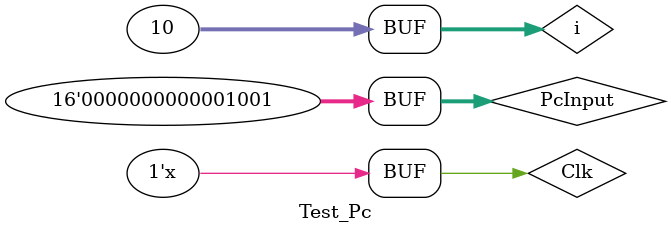
<source format=v>
`timescale 1ns / 1ps
module Test_Pc;

	// Inputs
	reg Clk;
	reg [15:0] PcInput;
	integer i;

	// Outputs
	wire [15:0] PcOutput;

	// Instantiate the Unit Under Test (UUT)
	Pc uut (
		.Clk(Clk), 
		.PcInput(PcInput), 
		.PcOutput(PcOutput)
	);
   always begin
    # 10 Clk = ~Clk;
	end

	initial begin
		// Initialize Inputs
		Clk = 0;
		PcInput = 0;

		// Wait 100 ns for global reset to finish
		  #10;
     
		for( i=0 ; i< 10; i = i+1)begin
        PcInput= i;
        #20;
    end
  end 
endmodule

</source>
